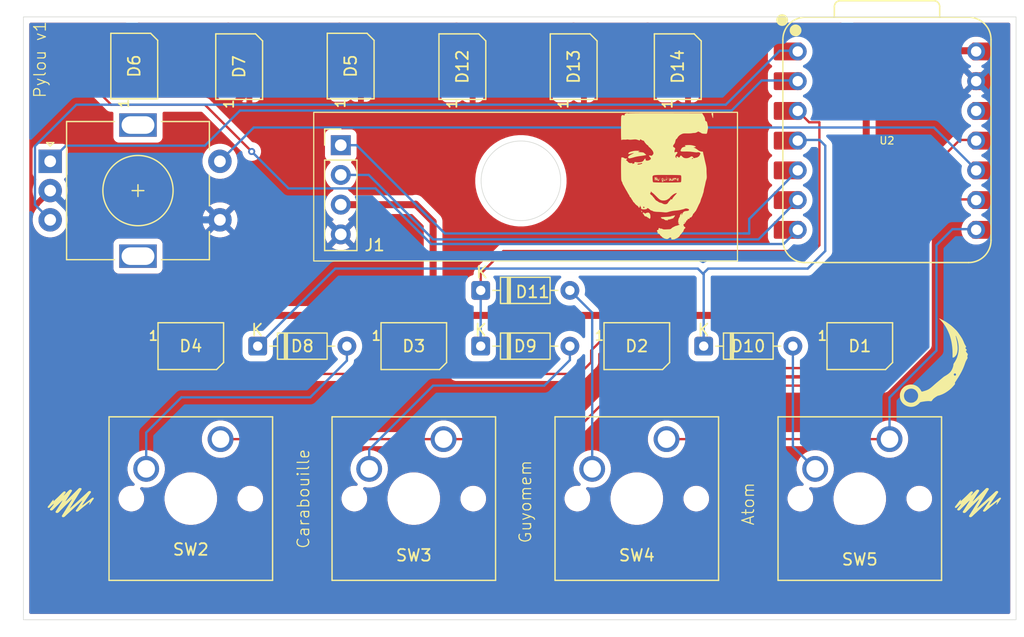
<source format=kicad_pcb>
(kicad_pcb (version 20241229) (generator "pcbnew") (generator_version "9.0")
  (layers (0 "F.Cu" signal) (2 "B.Cu" signal) (13 "F.Paste" user) (15 "B.Paste" user) (5 "F.SilkS" user "F.Silkscreen") (7 "B.SilkS" user "B.Silkscreen") (1 "F.Mask" user) (3 "B.Mask" user) (25 "Edge.Cuts" user))
  (net 0 "")
  (net 1 "VCC")
  (net 2 "GND")
  (net 3 "Net-(D1-DOUT)")
  (net 4 "SK6812")
  (net 5 "Net-(D2-DOUT)")
  (net 6 "Net-(D3-DOUT)")
  (net 7 "unconnected-(D4-DOUT-Pad1)")
  (net 8 "Net-(D5-DIN)")
  (net 9 "Net-(D6-DOUT)")
  (net 10 "Net-(D8-A)")
  (net 11 "ROW0")
  (net 12 "Net-(D9-A)")
  (net 13 "ROW1")
  (net 14 "Net-(D10-A)")
  (net 15 "Net-(D11-A)")
  (net 16 "SCL")
  (net 17 "SDA")
  (net 18 "ROTA")
  (net 19 "ROTB")
  (net 20 "SW_ROT")
  (net 21 "COL0")
  (net 22 "COL1")
  (net 23 "BANLED")
  (net 25 "Net-(D12-DIN)")
  (net 26 "Net-(D12-DOUT)")
  (net 27 "Net-(D13-DOUT)")
  (footprint "LED_SMD:LED_SK6812MINI_PLCC4_3.5x3.5mm_P1.75mm" (layer "F.Cu") (at 171.45 44.125)
    (property "Reference" "D1" (at 0 0 0) (layer "F.SilkS"))
    (property "Value" "SK6812MINI")
    (fp_text user "1" (at -3.2 -0.875 0) (layer "F.SilkS") (effects (font (size 0.8 0.8))))
    (pad "1" smd rect (at -1.75 -0.875) (size 1.6 0.85) (layers "F.Cu" "F.Mask" "F.Paste") (net 3 "Net-(D1-DOUT)"))
    (pad "2" smd rect (at -1.75 0.875) (size 1.6 0.85) (layers "F.Cu" "F.Mask" "F.Paste") (net 2 "GND"))
    (pad "3" smd rect (at 1.75 0.875) (size 1.6 0.85) (layers "F.Cu" "F.Mask" "F.Paste") (net 4 "SK6812"))
    (pad "4" smd rect (at 1.75 -0.875) (size 1.6 0.85) (layers "F.Cu" "F.Mask" "F.Paste") (net 1 "VCC"))
  )
  (footprint "LOGO" (layer "F.Cu") (at 107.014505 42.239487)
    (property "Reference" "G***" (hide yes))
    (property "Value" "LOGO" (hide yes))
  )
  (footprint "LOGO" (layer "F.Cu") (at 104 57.5)
    (property "Reference" "G***" (hide yes))
    (property "Value" "LOGO" (hide yes))
  )
  (footprint "Button_Switch_Keyboard:SW_Cherry_MX_1.00u_PCB" (layer "F.Cu") (at 135.89 52.07)
    (property "Reference" "SW3" (at -2.54 9.93 0) (layer "F.SilkS"))
    (property "Value" "SW_Push_45deg")
    (pad "" np_thru_hole circle (at -7.62 5.08) (size 1.7 1.7) (drill 1.7) (layers "*.Cu" "*.Mask"))
    (pad "" np_thru_hole circle (at -2.54 5.08) (size 4 4) (drill 4) (layers "*.Cu" "*.Mask"))
    (pad "" np_thru_hole circle (at 2.54 5.08) (size 1.7 1.7) (drill 1.7) (layers "*.Cu" "*.Mask"))
    (pad "1" thru_hole circle (at 0 0) (size 2.2 2.2) (drill 1.5) (layers "*.Cu" "*.Mask") (net 21 "COL0"))
    (pad "2" thru_hole circle (at -6.35 2.54) (size 2.2 2.2) (drill 1.5) (layers "*.Cu" "*.Mask") (net 12 "Net-(D9-A)"))
  )
  (footprint "Connector_PinHeader_2.54mm:PinHeader_1x04_P2.54mm_Vertical" (layer "F.Cu") (at 127.1125 26.96)
    (property "Reference" "J1" (at 2.8875 8.54 0) (layer "F.SilkS"))
    (property "Value" "OLED_DISPLAY")
    (pad "1" thru_hole rect (at 0 0) (size 1.7 1.7) (drill 1) (layers "*.Cu" "*.Mask") (net 17 "SDA"))
    (pad "2" thru_hole circle (at 0 2.54) (size 1.7 1.7) (drill 1) (layers "*.Cu" "*.Mask") (net 16 "SCL"))
    (pad "3" thru_hole circle (at 0 5.08) (size 1.7 1.7) (drill 1) (layers "*.Cu" "*.Mask") (net 1 "VCC"))
    (pad "4" thru_hole circle (at 0 7.62) (size 1.7 1.7) (drill 1) (layers "*.Cu" "*.Mask") (net 2 "GND"))
  )
  (footprint "LED_SMD:LED_SK6812MINI_PLCC4_3.5x3.5mm_P1.75mm" (layer "F.Cu") (at 155.9 20.25 90)
    (property "Reference" "D14" (at 0 0 90) (layer "F.SilkS"))
    (property "Value" "SK6812MINI")
    (fp_text user "1" (at -3.2 -0.875 90) (layer "F.SilkS") (effects (font (size 0.8 0.8))))
    (pad "1" smd rect (at -1.75 -0.875 90) (size 1.6 0.85) (layers "F.Cu" "F.Mask" "F.Paste"))
    (pad "2" smd rect (at -1.75 0.875 90) (size 1.6 0.85) (layers "F.Cu" "F.Mask" "F.Paste") (net 2 "GND"))
    (pad "3" smd rect (at 1.75 0.875 90) (size 1.6 0.85) (layers "F.Cu" "F.Mask" "F.Paste") (net 27 "Net-(D13-DOUT)"))
    (pad "4" smd rect (at 1.75 -0.875 90) (size 1.6 0.85) (layers "F.Cu" "F.Mask" "F.Paste") (net 1 "VCC"))
  )
  (footprint "LED_SMD:LED_SK6812MINI_PLCC4_3.5x3.5mm_P1.75mm" (layer "F.Cu") (at 127.95625 20.2 90)
    (property "Reference" "D5" (at 0 0 90) (layer "F.SilkS"))
    (property "Value" "SK6812MINI")
    (fp_text user "1" (at -3.2 -0.875 90) (layer "F.SilkS") (effects (font (size 0.8 0.8))))
    (pad "1" smd rect (at -1.75 -0.875 90) (size 1.6 0.85) (layers "F.Cu" "F.Mask" "F.Paste") (net 25 "Net-(D12-DIN)"))
    (pad "2" smd rect (at -1.75 0.875 90) (size 1.6 0.85) (layers "F.Cu" "F.Mask" "F.Paste") (net 2 "GND"))
    (pad "3" smd rect (at 1.75 0.875 90) (size 1.6 0.85) (layers "F.Cu" "F.Mask" "F.Paste") (net 8 "Net-(D5-DIN)"))
    (pad "4" smd rect (at 1.75 -0.875 90) (size 1.6 0.85) (layers "F.Cu" "F.Mask" "F.Paste") (net 1 "VCC"))
  )
  (footprint "LED_SMD:LED_SK6812MINI_PLCC4_3.5x3.5mm_P1.75mm" (layer "F.Cu") (at 133.35 44.125)
    (property "Reference" "D3" (at 0 0 0) (layer "F.SilkS"))
    (property "Value" "SK6812MINI")
    (fp_text user "1" (at -3.2 -0.875 0) (layer "F.SilkS") (effects (font (size 0.8 0.8))))
    (pad "1" smd rect (at -1.75 -0.875) (size 1.6 0.85) (layers "F.Cu" "F.Mask" "F.Paste") (net 6 "Net-(D3-DOUT)"))
    (pad "2" smd rect (at -1.75 0.875) (size 1.6 0.85) (layers "F.Cu" "F.Mask" "F.Paste") (net 2 "GND"))
    (pad "3" smd rect (at 1.75 0.875) (size 1.6 0.85) (layers "F.Cu" "F.Mask" "F.Paste") (net 5 "Net-(D2-DOUT)"))
    (pad "4" smd rect (at 1.75 -0.875) (size 1.6 0.85) (layers "F.Cu" "F.Mask" "F.Paste") (net 1 "VCC"))
  )
  (footprint "LED_SMD:LED_SK6812MINI_PLCC4_3.5x3.5mm_P1.75mm" (layer "F.Cu") (at 109.46875 20.2 90)
    (property "Reference" "D6" (at 0 0 90) (layer "F.SilkS"))
    (property "Value" "SK6812MINI")
    (fp_text user "1" (at -3.2 -0.875 90) (layer "F.SilkS") (effects (font (size 0.8 0.8))))
    (pad "1" smd rect (at -1.75 -0.875 90) (size 1.6 0.85) (layers "F.Cu" "F.Mask" "F.Paste") (net 9 "Net-(D6-DOUT)"))
    (pad "2" smd rect (at -1.75 0.875 90) (size 1.6 0.85) (layers "F.Cu" "F.Mask" "F.Paste") (net 2 "GND"))
    (pad "3" smd rect (at 1.75 0.875 90) (size 1.6 0.85) (layers "F.Cu" "F.Mask" "F.Paste") (net 23 "BANLED"))
    (pad "4" smd rect (at 1.75 -0.875 90) (size 1.6 0.85) (layers "F.Cu" "F.Mask" "F.Paste") (net 1 "VCC"))
  )
  (footprint "Button_Switch_Keyboard:SW_Cherry_MX_1.00u_PCB" (layer "F.Cu") (at 154.94 52.07)
    (property "Reference" "SW4" (at -2.54 9.93 0) (layer "F.SilkS"))
    (property "Value" "SW_Push_45deg")
    (pad "" np_thru_hole circle (at -7.62 5.08) (size 1.7 1.7) (drill 1.7) (layers "*.Cu" "*.Mask"))
    (pad "" np_thru_hole circle (at -2.54 5.08) (size 4 4) (drill 4) (layers "*.Cu" "*.Mask"))
    (pad "" np_thru_hole circle (at 2.54 5.08) (size 1.7 1.7) (drill 1.7) (layers "*.Cu" "*.Mask"))
    (pad "1" thru_hole circle (at 0 0) (size 2.2 2.2) (drill 1.5) (layers "*.Cu" "*.Mask") (net 22 "COL1"))
    (pad "2" thru_hole circle (at -6.35 2.54) (size 2.2 2.2) (drill 1.5) (layers "*.Cu" "*.Mask") (net 15 "Net-(D11-A)"))
  )
  (footprint "LED_SMD:LED_SK6812MINI_PLCC4_3.5x3.5mm_P1.75mm" (layer "F.Cu") (at 114.3 44.125)
    (property "Reference" "D4" (at 0 0 0) (layer "F.SilkS"))
    (property "Value" "SK6812MINI")
    (fp_text user "1" (at -3.2 -0.875 0) (layer "F.SilkS") (effects (font (size 0.8 0.8))))
    (pad "1" smd rect (at -1.75 -0.875) (size 1.6 0.85) (layers "F.Cu" "F.Mask" "F.Paste") (net 7 "unconnected-(D4-DOUT-Pad1)"))
    (pad "2" smd rect (at -1.75 0.875) (size 1.6 0.85) (layers "F.Cu" "F.Mask" "F.Paste") (net 2 "GND"))
    (pad "3" smd rect (at 1.75 0.875) (size 1.6 0.85) (layers "F.Cu" "F.Mask" "F.Paste") (net 6 "Net-(D3-DOUT)"))
    (pad "4" smd rect (at 1.75 -0.875) (size 1.6 0.85) (layers "F.Cu" "F.Mask" "F.Paste") (net 1 "VCC"))
  )
  (footprint "Diode_THT:D_DO-35_SOD27_P7.62mm_Horizontal" (layer "F.Cu") (at 120.015 44.125)
    (property "Reference" "D8" (at 3.81 0 0) (layer "F.SilkS"))
    (property "Value" "D")
    (fp_text user "K" (at -0.039424 -1.377063 0) (layer "F.SilkS"))
    (pad "1" thru_hole roundrect (at 0 0) (size 1.6 1.6) (drill 0.8) (layers "*.Cu" "*.Mask") (roundrect_rratio 0.15625) (net 11 "ROW0"))
    (pad "2" thru_hole circle (at 7.62 0) (size 1.6 1.6) (drill 0.8) (layers "*.Cu" "*.Mask") (net 10 "Net-(D8-A)"))
  )
  (footprint "LED_SMD:LED_SK6812MINI_PLCC4_3.5x3.5mm_P1.75mm" (layer "F.Cu") (at 147.00625 20.25 90)
    (property "Reference" "D13" (at 0 0 90) (layer "F.SilkS"))
    (property "Value" "SK6812MINI")
    (fp_text user "1" (at -3.2 -0.875 90) (layer "F.SilkS") (effects (font (size 0.8 0.8))))
    (pad "1" smd rect (at -1.75 -0.875 90) (size 1.6 0.85) (layers "F.Cu" "F.Mask" "F.Paste") (net 27 "Net-(D13-DOUT)"))
    (pad "2" smd rect (at -1.75 0.875 90) (size 1.6 0.85) (layers "F.Cu" "F.Mask" "F.Paste") (net 2 "GND"))
    (pad "3" smd rect (at 1.75 0.875 90) (size 1.6 0.85) (layers "F.Cu" "F.Mask" "F.Paste") (net 26 "Net-(D12-DOUT)"))
    (pad "4" smd rect (at 1.75 -0.875 90) (size 1.6 0.85) (layers "F.Cu" "F.Mask" "F.Paste") (net 1 "VCC"))
  )
  (footprint "LOGO" (layer "F.Cu") (at 155 30)
    (property "Reference" "G***" (hide yes))
    (property "Value" "LOGO" (hide yes))
  )
  (footprint "LED_SMD:LED_SK6812MINI_PLCC4_3.5x3.5mm_P1.75mm" (layer "F.Cu") (at 118.43125 20.25 90)
    (property "Reference" "D7" (at 0 0 90) (layer "F.SilkS"))
    (property "Value" "SK6812MINI")
    (fp_text user "1" (at -3.2 -0.875 90) (layer "F.SilkS") (effects (font (size 0.8 0.8))))
    (pad "1" smd rect (at -1.75 -0.875 90) (size 1.6 0.85) (layers "F.Cu" "F.Mask" "F.Paste") (net 8 "Net-(D5-DIN)"))
    (pad "2" smd rect (at -1.75 0.875 90) (size 1.6 0.85) (layers "F.Cu" "F.Mask" "F.Paste") (net 2 "GND"))
    (pad "3" smd rect (at 1.75 0.875 90) (size 1.6 0.85) (layers "F.Cu" "F.Mask" "F.Paste") (net 9 "Net-(D6-DOUT)"))
    (pad "4" smd rect (at 1.75 -0.875 90) (size 1.6 0.85) (layers "F.Cu" "F.Mask" "F.Paste") (net 1 "VCC"))
  )
  (footprint "Diode_THT:D_DO-35_SOD27_P7.62mm_Horizontal" (layer "F.Cu") (at 139.065 44.125)
    (property "Reference" "D9" (at 3.81 0 0) (layer "F.SilkS"))
    (property "Value" "D")
    (fp_text user "K" (at 0.005638 -1.377063 0) (layer "F.SilkS"))
    (pad "1" thru_hole roundrect (at 0 0) (size 1.6 1.6) (drill 0.8) (layers "*.Cu" "*.Mask") (roundrect_rratio 0.15625) (net 13 "ROW1"))
    (pad "2" thru_hole circle (at 7.62 0) (size 1.6 1.6) (drill 0.8) (layers "*.Cu" "*.Mask") (net 12 "Net-(D9-A)"))
  )
  (footprint "LOGO" (layer "F.Cu") (at 178 46.5 -55)
    (property "Reference" "G***" (hide yes))
    (property "Value" "LOGO" (hide yes))
  )
  (footprint "Button_Switch_Keyboard:SW_Cherry_MX_1.00u_PCB" (layer "F.Cu") (at 116.84 52.07)
    (property "Reference" "SW2" (at -2.54 9.43 0) (layer "F.SilkS"))
    (property "Value" "SW_Push_45deg")
    (pad "" np_thru_hole circle (at -7.62 5.08) (size 1.7 1.7) (drill 1.7) (layers "*.Cu" "*.Mask"))
    (pad "" np_thru_hole circle (at -2.54 5.08) (size 4 4) (drill 4) (layers "*.Cu" "*.Mask"))
    (pad "" np_thru_hole circle (at 2.54 5.08) (size 1.7 1.7) (drill 1.7) (layers "*.Cu" "*.Mask"))
    (pad "1" thru_hole circle (at 0 0) (size 2.2 2.2) (drill 1.5) (layers "*.Cu" "*.Mask") (net 21 "COL0"))
    (pad "2" thru_hole circle (at -6.35 2.54) (size 2.2 2.2) (drill 1.5) (layers "*.Cu" "*.Mask") (net 10 "Net-(D8-A)"))
  )
  (footprint "LED_SMD:LED_SK6812MINI_PLCC4_3.5x3.5mm_P1.75mm" (layer "F.Cu") (at 137.5 20.25 90)
    (property "Reference" "D12" (at 0 0 90) (layer "F.SilkS"))
    (property "Value" "SK6812MINI")
    (fp_text user "1" (at -3.2 -0.875 90) (layer "F.SilkS") (effects (font (size 0.8 0.8))))
    (pad "1" smd rect (at -1.75 -0.875 90) (size 1.6 0.85) (layers "F.Cu" "F.Mask" "F.Paste") (net 26 "Net-(D12-DOUT)"))
    (pad "2" smd rect (at -1.75 0.875 90) (size 1.6 0.85) (layers "F.Cu" "F.Mask" "F.Paste") (net 2 "GND"))
    (pad "3" smd rect (at 1.75 0.875 90) (size 1.6 0.85) (layers "F.Cu" "F.Mask" "F.Paste") (net 25 "Net-(D12-DIN)"))
    (pad "4" smd rect (at 1.75 -0.875 90) (size 1.6 0.85) (layers "F.Cu" "F.Mask" "F.Paste") (net 1 "VCC"))
  )
  (footprint "LOGO" (layer "F.Cu") (at 181.5 57.5)
    (property "Reference" "G***" (hide yes))
    (property "Value" "LOGO" (hide yes))
  )
  (footprint "Button_Switch_Keyboard:SW_Cherry_MX_1.00u_PCB" (layer "F.Cu") (at 173.99 52.07)
    (property "Reference" "SW5" (at -2.54 10.28 0) (layer "F.SilkS"))
    (property "Value" "SW_Push_45deg")
    (pad "" np_thru_hole circle (at -7.62 5.08) (size 1.7 1.7) (drill 1.7) (layers "*.Cu" "*.Mask"))
    (pad "" np_thru_hole circle (at -2.54 5.08) (size 4 4) (drill 4) (layers "*.Cu" "*.Mask"))
    (pad "" np_thru_hole circle (at 2.54 5.08) (size 1.7 1.7) (drill 1.7) (layers "*.Cu" "*.Mask"))
    (pad "1" thru_hole circle (at 0 0) (size 2.2 2.2) (drill 1.5) (layers "*.Cu" "*.Mask") (net 22 "COL1"))
    (pad "2" thru_hole circle (at -6.35 2.54) (size 2.2 2.2) (drill 1.5) (layers "*.Cu" "*.Mask") (net 14 "Net-(D10-A)"))
  )
  (footprint "Diode_THT:D_DO-35_SOD27_P7.62mm_Horizontal" (layer "F.Cu") (at 139.065 39.3625)
    (property "Reference" "D11" (at 4.435 0.1375 0) (layer "F.SilkS"))
    (property "Value" "D")
    (fp_text user "K" (at 0.110555 -1.538055 0) (layer "F.SilkS"))
    (pad "1" thru_hole roundrect (at 0 0) (size 1.6 1.6) (drill 0.8) (layers "*.Cu" "*.Mask") (roundrect_rratio 0.15625) (net 13 "ROW1"))
    (pad "2" thru_hole circle (at 7.62 0) (size 1.6 1.6) (drill 0.8) (layers "*.Cu" "*.Mask") (net 15 "Net-(D11-A)"))
  )
  (footprint "Diode_THT:D_DO-35_SOD27_P7.62mm_Horizontal" (layer "F.Cu") (at 158.115 44.125)
    (property "Reference" "D10" (at 3.81 0 0) (layer "F.SilkS"))
    (property "Value" "D")
    (fp_text user "K" (at -0.006301 -1.375009 0) (layer "F.SilkS"))
    (pad "1" thru_hole roundrect (at 0 0) (size 1.6 1.6) (drill 0.8) (layers "*.Cu" "*.Mask") (roundrect_rratio 0.15625) (net 11 "ROW0"))
    (pad "2" thru_hole circle (at 7.62 0) (size 1.6 1.6) (drill 0.8) (layers "*.Cu" "*.Mask") (net 14 "Net-(D10-A)"))
  )
  (footprint "LED_SMD:LED_SK6812MINI_PLCC4_3.5x3.5mm_P1.75mm" (layer "F.Cu") (at 152.4 44.125)
    (property "Reference" "D2" (at 0 0 0) (layer "F.SilkS"))
    (property "Value" "SK6812MINI")
    (fp_text user "1" (at -3.2 -0.875 0) (layer "F.SilkS") (effects (font (size 0.8 0.8))))
    (pad "1" smd rect (at -1.75 -0.875) (size 1.6 0.85) (layers "F.Cu" "F.Mask" "F.Paste") (net 5 "Net-(D2-DOUT)"))
    (pad "2" smd rect (at -1.75 0.875) (size 1.6 0.85) (layers "F.Cu" "F.Mask" "F.Paste") (net 2 "GND"))
    (pad "3" smd rect (at 1.75 0.875) (size 1.6 0.85) (layers "F.Cu" "F.Mask" "F.Paste") (net 3 "Net-(D1-DOUT)"))
    (pad "4" smd rect (at 1.75 -0.875) (size 1.6 0.85) (layers "F.Cu" "F.Mask" "F.Paste") (net 1 "VCC"))
  )
  (footprint "Seeed Studio XIAO Series Library:XIAO-RP2040-DIP" (layer "F.Cu") (at 173.77 26.57)
    (property "Reference" "U2" (at 0 0 0) (layer "F.SilkS") (effects (font (size 0.635 0.635) (thickness 0.1016))))
    (property "Value" "XIAO-RP2040-DIP")
    (pad "1" smd roundrect (at -8.455 -7.62 180) (size 2.432 1.524) (layers "F.Cu" "F.Mask") (roundrect_rratio 0.1) (net 19 "ROTB"))
    (pad "1" thru_hole circle (at -7.62 -7.62 180) (size 1.524 1.524) (drill 0.889) (layers "*.Cu" "*.Mask") (net 19 "ROTB"))
    (pad "2" smd roundrect (at -8.455 -5.08 180) (size 2.432 1.524) (layers "F.Cu" "F.Mask") (roundrect_rratio 0.1) (net 18 "ROTA"))
    (pad "2" thru_hole circle (at -7.62 -5.08 180) (size 1.524 1.524) (drill 0.889) (layers "*.Cu" "*.Mask") (net 18 "ROTA"))
    (pad "3" smd roundrect (at -8.455 -2.54 180) (size 2.432 1.524) (layers "F.Cu" "F.Mask") (roundrect_rratio 0.1) (net 13 "ROW1"))
    (pad "3" thru_hole circle (at -7.62 -2.54 180) (size 1.524 1.524) (drill 0.889) (layers "*.Cu" "*.Mask") (net 13 "ROW1"))
    (pad "4" smd roundrect (at -8.455 0 180) (size 2.432 1.524) (layers "F.Cu" "F.Mask") (roundrect_rratio 0.1) (net 11 "ROW0"))
    (pad "4" thru_hole circle (at -7.62 0 180) (size 1.524 1.524) (drill 0.889) (layers "*.Cu" "*.Mask") (net 11 "ROW0"))
    (pad "5" smd roundrect (at -8.455 2.54 180) (size 2.432 1.524) (layers "F.Cu" "F.Mask") (roundrect_rratio 0.1) (net 17 "SDA"))
    (pad "5" thru_hole circle (at -7.62 2.54 180) (size 1.524 1.524) (drill 0.889) (layers "*.Cu" "*.Mask") (net 17 "SDA"))
    (pad "6" smd roundrect (at -8.455 5.08 180) (size 2.432 1.524) (layers "F.Cu" "F.Mask") (roundrect_rratio 0.1) (net 16 "SCL"))
    (pad "6" thru_hole circle (at -7.62 5.08 180) (size 1.524 1.524) (drill 0.889) (layers "*.Cu" "*.Mask") (net 16 "SCL"))
    (pad "7" smd roundrect (at -8.455 7.62 180) (size 2.432 1.524) (layers "F.Cu" "F.Mask") (roundrect_rratio 0.1) (net 23 "BANLED"))
    (pad "7" thru_hole circle (at -7.62 7.62 180) (size 1.524 1.524) (drill 0.889) (layers "*.Cu" "*.Mask") (net 23 "BANLED"))
    (pad "8" thru_hole circle (at 7.62 7.62) (size 1.524 1.524) (drill 0.889) (layers "*.Cu" "*.Mask") (net 22 "COL1"))
    (pad "8" smd roundrect (at 8.455 7.62) (size 2.432 1.524) (layers "F.Cu" "F.Mask") (roundrect_rratio 0.1) (net 22 "COL1"))
    (pad "9" thru_hole circle (at 7.62 5.08) (size 1.524 1.524) (drill 0.889) (layers "*.Cu" "*.Mask") (net 21 "COL0"))
    (pad "9" smd roundrect (at 8.455 5.08) (size 2.432 1.524) (layers "F.Cu" "F.Mask") (roundrect_rratio 0.1) (net 21 "COL0"))
    (pad "10" thru_hole circle (at 7.62 2.54) (size 1.524 1.524) (drill 0.889) (layers "*.Cu" "*.Mask") (net 20 "SW_ROT"))
    (pad "10" smd roundrect (at 8.455 2.54) (size 2.432 1.524) (layers "F.Cu" "F.Mask") (roundrect_rratio 0.1) (net 20 "SW_ROT"))
    (pad "11" thru_hole circle (at 7.62 0) (size 1.524 1.524) (drill 0.889) (layers "*.Cu" "*.Mask") (net 4 "SK6812"))
    (pad "11" smd roundrect (at 8.455 0) (size 2.432 1.524) (layers "F.Cu" "F.Mask") (roundrect_rratio 0.1) (net 4 "SK6812"))
    (pad "12" thru_hole circle (at 7.62 -2.54) (size 1.524 1.524) (drill 0.889) (layers "*.Cu" "*.Mask"))
    (pad "12" smd roundrect (at 8.455 -2.54) (size 2.432 1.524) (layers "F.Cu" "F.Mask") (roundrect_rratio 0.1))
    (pad "13" thru_hole circle (at 7.62 -5.08) (size 1.524 1.524) (drill 0.889) (layers "*.Cu" "*.Mask") (net 2 "GND"))
    (pad "13" smd roundrect (at 8.455 -5.08) (size 2.432 1.524) (layers "F.Cu" "F.Mask") (roundrect_rratio 0.1) (net 2 "GND"))
    (pad "14" thru_hole circle (at 7.62 -7.62) (size 1.524 1.524) (drill 0.889) (layers "*.Cu" "*.Mask") (net 1 "VCC"))
    (pad "14" smd roundrect (at 8.455 -7.62) (size 2.432 1.524) (layers "F.Cu" "F.Mask") (roundrect_rratio 0.1) (net 1 "VCC"))
  )
  (footprint "Rotary_Encoder:RotaryEncoder_Alps_EC11E-Switch_Vertical_H20mm" (layer "F.Cu") (at 102.2875 28.3375)
    (property "Reference" "SW1" (hide yes))
    (property "Value" "RotaryEncoder_Switch")
    (pad "A" thru_hole rect (at 0 0) (size 2 2) (drill 1) (layers "*.Cu" "*.Mask") (net 18 "ROTA"))
    (pad "B" thru_hole circle (at 0 5) (size 2 2) (drill 1) (layers "*.Cu" "*.Mask") (net 19 "ROTB"))
    (pad "C" thru_hole circle (at 0 2.5) (size 2 2) (drill 1) (layers "*.Cu" "*.Mask") (net 2 "GND"))
    (pad "MP" thru_hole rect (at 7.5 -3.1) (size 3.2 2) (drill oval 2.8 1.5) (layers "*.Cu" "*.Mask"))
    (pad "MP" thru_hole rect (at 7.5 8.1) (size 3.2 2) (drill oval 2.8 1.5) (layers "*.Cu" "*.Mask"))
    (pad "S1" thru_hole circle (at 14.5 5) (size 2 2) (drill 1) (layers "*.Cu" "*.Mask") (net 2 "GND"))
    (pad "S2" thru_hole circle (at 14.5 0) (size 2 2) (drill 1) (layers "*.Cu" "*.Mask") (net 20 "SW_ROT"))
  )
  (footprint "LOGO" (layer "F.Cu") (at 142.959677 48.522053)
    (property "Reference" "G***" (hide yes))
    (property "Value" "LOGO" (hide yes))
  )
  (gr_rect (start 124.8 24.15) (end 161 36.85) (stroke (width 0.1)) (fill no) (layer "F.SilkS"))
  (gr_rect (start 100 16) (end 184.8 67.5) (stroke (width 0.05)) (fill no) (layer "Edge.Cuts"))
  (gr_circle (center 142.5 30) (end 145.9 30) (stroke (width 0.05)) (fill no) (layer "Edge.Cuts"))
  (gr_text "Guyomem\n" (at 143.463133 61.029295 90) (layer "F.SilkS") (effects (font (size 1 1) (thickness 0.1)) (justify left bottom)))
  (gr_text "Atom\n" (at 162.5 59.5 90) (layer "F.SilkS") (effects (font (size 1 1) (thickness 0.1)) (justify left bottom)))
  (gr_text "Carabouille\n" (at 124.5 61.5 90) (layer "F.SilkS") (effects (font (size 1 1) (thickness 0.1)) (justify left bottom)))
  (gr_text "Pylou v1" (at 102 23 90) (layer "F.SilkS") (effects (font (size 1 1) (thickness 0.1)) (justify left bottom)))
  (segment (start 136.625 18.5) (end 136.625 17.176) (width 0.6) (layer "F.Cu") (net 1))
  (segment (start 135.1 41.6) (end 135 41.5) (width 0.6) (layer "F.Cu") (net 1))
  (segment (start 127.08125 18.45) (end 127.08125 16.88225) (width 0.6) (layer "F.Cu") (net 1))
  (segment (start 173.2 42.7) (end 172 41.5) (width 0.6) (layer "F.Cu") (net 1))
  (segment (start 117.55625 16.85725) (end 117.5 16.801) (width 0.6) (layer "F.Cu") (net 1))
  (segment (start 147 16.801) (end 153.326 16.801) (width 0.6) (layer "F.Cu") (net 1))
  (segment (start 135.1 43.25) (end 135.1 41.6) (width 0.6) (layer "F.Cu") (net 1))
  (segment (start 109.86775 16.801) (end 117.5 16.801) (width 0.6) (layer "F.Cu") (net 1))
  (segment (start 172 41.5) (end 154 41.5) (width 0.6) (layer "F.Cu") (net 1))
  (segment (start 117.8 41.5) (end 116.05 43.25) (width 0.6) (layer "F.Cu") (net 1))
  (segment (start 154 41.5) (end 135 41.5) (width 0.6) (layer "F.Cu") (net 1))
  (segment (start 169.801 16.801) (end 153.326 16.801) (width 0.6) (layer "F.Cu") (net 1))
  (segment (start 127.08125 16.88225) (end 127 16.801) (width 0.6) (layer "F.Cu") (net 1))
  (segment (start 133.46 32.04) (end 133.5 32) (width 0.6) (layer "F.Cu") (net 1))
  (segment (start 153.326 16.801) (end 155.025 18.5) (width 0.6) (layer "F.Cu") (net 1))
  (segment (start 137 16.801) (end 147 16.801) (width 0.6) (layer "F.Cu") (net 1))
  (segment (start 146.13125 17.66975) (end 147 16.801) (width 0.6) (layer "F.Cu") (net 1))
  (segment (start 172 19) (end 172.10875 18.89125) (width 0.6) (layer "F.Cu") (net 1))
  (segment (start 146.13125 18.5) (end 146.13125 17.66975) (width 0.6) (layer "F.Cu") (net 1))
  (segment (start 172.10875 18.89125) (end 181.3825 18.89125) (width 0.6) (layer "F.Cu") (net 1))
  (segment (start 108.59375 18.075) (end 109.86775 16.801) (width 0.6) (layer "F.Cu") (net 1))
  (segment (start 135 33.5) (end 135 41.5) (width 0.6) (layer "F.Cu") (net 1))
  (segment (start 172 41.5) (end 172 19) (width 0.6) (layer "F.Cu") (net 1))
  (segment (start 154.15 43.25) (end 154.15 41.65) (width 0.6) (layer "F.Cu") (net 1))
  (segment (start 133.5 32) (end 135 33.5) (width 0.6) (layer "F.Cu") (net 1))
  (segment (start 136.625 17.176) (end 137 16.801) (width 0.6) (layer "F.Cu") (net 1))
  (segment (start 127.1125 32.04) (end 133.46 32.04) (width 0.6) (layer "F.Cu") (net 1))
  (segment (start 127 16.801) (end 137 16.801) (width 0.6) (layer "F.Cu") (net 1))
  (segment (start 172 19) (end 169.801 16.801) (width 0.6) (layer "F.Cu") (net 1))
  (segment (start 154.15 41.65) (end 154 41.5) (width 0.6) (layer "F.Cu") (net 1))
  (segment (start 117.5 16.801) (end 127 16.801) (width 0.6) (layer "F.Cu") (net 1))
  (segment (start 108.59375 18.45) (end 108.59375 18.075) (width 0.6) (layer "F.Cu") (net 1))
  (segment (start 135 41.5) (end 117.8 41.5) (width 0.6) (layer "F.Cu") (net 1))
  (segment (start 117.55625 18.5) (end 117.55625 16.85725) (width 0.6) (layer "F.Cu") (net 1))
  (segment (start 173.2 43.25) (end 173.2 42.7) (width 0.6) (layer "F.Cu") (net 1))
  (segment (start 116.63025 23.301) (end 118.199 23.301) (width 0.6) (layer "F.Cu") (net 2))
  (segment (start 119.30625 22.19375) (end 119.30625 22) (width 0.6) (layer "F.Cu") (net 2))
  (segment (start 110.34375 21.95) (end 115.27925 21.95) (width 0.6) (layer "F.Cu") (net 2))
  (segment (start 118.199 23.301) (end 119.30625 22.19375) (width 0.6) (layer "F.Cu") (net 2))
  (segment (start 115.27925 21.95) (end 116.63025 23.301) (width 0.6) (layer "F.Cu") (net 2))
  (segment (start 104.7875 33.3375) (end 116.7875 33.3375) (width 0.6) (layer "B.Cu") (net 2))
  (segment (start 102.2875 30.8375) (end 104.7875 33.3375) (width 0.6) (layer "B.Cu") (net 2))
  (segment (start 168.25 43.25) (end 169.7 43.25) (width 0.2) (layer "F.Cu") (net 3))
  (segment (start 167.5 44) (end 168.25 43.25) (width 0.2) (layer "F.Cu") (net 3))
  (segment (start 167.5 46) (end 167.5 44) (width 0.2) (layer "F.Cu") (net 3))
  (segment (start 156 46) (end 167.5 46) (width 0.2) (layer "F.Cu") (net 3))
  (segment (start 155 45) (end 156 46) (width 0.2) (layer "F.Cu") (net 3))
  (segment (start 154.15 45) (end 155 45) (width 0.2) (layer "F.Cu") (net 3))
  (segment (start 179.98875 26.51125) (end 181.3825 26.51125) (width 0.2) (layer "F.Cu") (net 4))
  (segment (start 176 43.5) (end 176 30.5) (width 0.2) (layer "F.Cu") (net 4))
  (segment (start 173.2 45) (end 174.5 45) (width 0.2) (layer "F.Cu") (net 4))
  (segment (start 176 30.5) (end 179.98875 26.51125) (width 0.2) (layer "F.Cu") (net 4))
  (segment (start 174.5 45) (end 176 43.5) (width 0.2) (layer "F.Cu") (net 4))
  (segment (start 135.1 45) (end 135.5 45) (width 0.2) (layer "F.Cu") (net 5))
  (segment (start 149.75 43.25) (end 150.65 43.25) (width 0.2) (layer "F.Cu") (net 5))
  (segment (start 137 46.5) (end 147.5 46.5) (width 0.2) (layer "F.Cu") (net 5))
  (segment (start 147.5 46.5) (end 148.5 45.5) (width 0.2) (layer "F.Cu") (net 5))
  (segment (start 148.5 44.5) (end 149.75 43.25) (width 0.2) (layer "F.Cu") (net 5))
  (segment (start 135.5 45) (end 137 46.5) (width 0.2) (layer "F.Cu") (net 5))
  (segment (start 148.5 45.5) (end 148.5 44.5) (width 0.2) (layer "F.Cu") (net 5))
  (segment (start 116.05 45) (end 116.5 45) (width 0.2) (layer "F.Cu") (net 6))
  (segment (start 128.5 46.5) (end 129.5 45.5) (width 0.2) (layer "F.Cu") (net 6))
  (segment (start 118 46.5) (end 128.5 46.5) (width 0.2) (layer "F.Cu") (net 6))
  (segment (start 116.5 45) (end 118 46.5) (width 0.2) (layer "F.Cu") (net 6))
  (segment (start 129.5 44.5) (end 130.75 43.25) (width 0.2) (layer "F.Cu") (net 6))
  (segment (start 130.75 43.25) (end 131.6 43.25) (width 0.2) (layer "F.Cu") (net 6))
  (segment (start 129.5 45.5) (end 129.5 44.5) (width 0.2) (layer "F.Cu") (net 6))
  (segment (start 112.55 43.25) (end 112.75 43.25) (width 0.2) (layer "F.Cu") (net 7))
  (segment (start 117.55625 22) (end 119.35625 20.2) (width 0.2) (layer "F.Cu") (net 8))
  (segment (start 119.35625 20.2) (end 127.08125 20.2) (width 0.2) (layer "F.Cu") (net 8))
  (segment (start 127.08125 20.2) (end 128.83125 18.45) (width 0.2) (layer "F.Cu") (net 8))
  (segment (start 110.34375 20.2) (end 117.60625 20.2) (width 0.2) (layer "F.Cu") (net 9))
  (segment (start 117.60625 20.2) (end 119.30625 18.5) (width 0.2) (layer "F.Cu") (net 9))
  (segment (start 108.59375 21.95) (end 110.34375 20.2) (width 0.2) (layer "F.Cu") (net 9))
  (segment (start 113.5 48.5) (end 124.5 48.5) (width 0.2) (layer "B.Cu") (net 10))
  (segment (start 110.49 54.61) (end 110.49 51.51) (width 0.2) (layer "B.Cu") (net 10))
  (segment (start 124.5 48.5) (end 127.635 45.365) (width 0.2) (layer "B.Cu") (net 10))
  (segment (start 110.49 51.51) (end 113.5 48.5) (width 0.2) (layer "B.Cu") (net 10))
  (segment (start 127.635 45.365) (end 127.635 44.125) (width 0.2) (layer "B.Cu") (net 10))
  (segment (start 167 37.5) (end 168.5 36) (width 0.2) (layer "B.Cu") (net 11))
  (segment (start 168 26.5) (end 167.98875 26.51125) (width 0.2) (layer "B.Cu") (net 11))
  (segment (start 167.98875 26.51125) (end 166.1425 26.51125) (width 0.2) (layer "B.Cu") (net 11))
  (segment (start 168.5 36) (end 168.5 27) (width 0.2) (layer "B.Cu") (net 11))
  (segment (start 157.615 37.5) (end 158.0575 37.9425) (width 0.2) (layer "B.Cu") (net 11))
  (segment (start 158.115 44.125) (end 158.115 38) (width 0.2) (layer "B.Cu") (net 11))
  (segment (start 158.0575 37.9425) (end 158.5 37.5) (width 0.2) (layer "B.Cu") (net 11))
  (segment (start 126.64 37.5) (end 157.615 37.5) (width 0.2) (layer "B.Cu") (net 11))
  (segment (start 168.5 27) (end 168 26.5) (width 0.2) (layer "B.Cu") (net 11))
  (segment (start 158.5 37.5) (end 167 37.5) (width 0.2) (layer "B.Cu") (net 11))
  (segment (start 120.015 44.125) (end 126.64 37.5) (width 0.2) (layer "B.Cu") (net 11))
  (segment (start 158.0575 37.9425) (end 158.115 38) (width 0.2) (layer "B.Cu") (net 11))
  (segment (start 129.54 52.96) (end 129.54 54.61) (width 0.2) (layer "B.Cu") (net 12))
  (segment (start 146.685 45.315) (end 144.5 47.5) (width 0.2) (layer "B.Cu") (net 12))
  (segment (start 146.685 44.125) (end 146.685 45.315) (width 0.2) (layer "B.Cu") (net 12))
  (segment (start 135 47.5) (end 129.54 52.96) (width 0.2) (layer "B.Cu") (net 12))
  (segment (start 144.5 47.5) (end 135 47.5) (width 0.2) (layer "B.Cu") (net 12))
  (segment (start 168 25) (end 167.12 25) (width 0.2) (layer "F.Cu") (net 13))
  (segment (start 139.065 39.3625) (end 139.065 37.935) (width 0.2) (layer "F.Cu") (net 13))
  (segment (start 167.5 36) (end 168 35.5) (width 0.2) (layer "F.Cu") (net 13))
  (segment (start 139.065 37.935) (end 141 36) (width 0.2) (layer "F.Cu") (net 13))
  (segment (start 168 35.5) (end 168 25) (width 0.2) (layer "F.Cu") (net 13))
  (segment (start 167.12 25) (end 166.15 24.03) (width 0.2) (layer "F.Cu") (net 13))
  (segment (start 141 36) (end 167.5 36) (width 0.2) (layer "F.Cu") (net 13))
  (segment (start 139.065 39.3625) (end 139.065 44.125) (width 0.2) (layer "B.Cu") (net 13))
  (segment (start 165.735 44.125) (end 165.735 52.705) (width 0.2) (layer "B.Cu") (net 14))
  (segment (start 165.735 52.705) (end 167.64 54.61) (width 0.2) (layer "B.Cu") (net 14))
  (segment (start 148.59 41.2675) (end 148.59 54.61) (width 0.2) (layer "B.Cu") (net 15))
  (segment (start 146.685 39.3625) (end 148.59 41.2675) (width 0.2) (layer "B.Cu") (net 15))
  (segment (start 129.5 29.5) (end 135 35) (width 0.2) (layer "B.Cu") (net 16))
  (segment (start 127.1125 29.5) (end 129.5 29.5) (width 0.2) (layer "B.Cu") (net 16))
  (segment (start 162.8 35) (end 166.15 31.65) (width 0.2) (layer "B.Cu") (net 16))
  (segment (start 135 35) (end 162.8 35) (width 0.2) (layer "B.Cu") (net 16))
  (segment (start 162 33.26) (end 166.15 29.11) (width 0.2) (layer "B.Cu") (net 17))
  (segment (start 162 34.5) (end 162 33.26) (width 0.2) (layer "B.Cu") (net 17))
  (segment (start 136 34.5) (end 162 34.5) (width 0.2) (layer "B.Cu") (net 17))
  (segment (start 128.46 26.96) (end 136 34.5) (width 0.2) (layer "B.Cu") (net 17))
  (segment (start 127.1125 26.96) (end 128.46 26.96) (width 0.2) (layer "B.Cu") (net 17))
  (segment (start 162 34.5) (end 161.5 34.5) (width 0.2) (layer "B.Cu") (net 17))
  (segment (start 115.5 27) (end 118.5 24) (width 0.2) (layer "B.Cu") (net 18))
  (segment (start 160.5 24) (end 163.06875 21.43125) (width 0.2) (layer "B.Cu") (net 18))
  (segment (start 103.625 27) (end 115.5 27) (width 0.2) (layer "B.Cu") (net 18))
  (segment (start 102.2875 28.3375) (end 103.625 27) (width 0.2) (layer "B.Cu") (net 18))
  (segment (start 118.5 24) (end 160.5 24) (width 0.2) (layer "B.Cu") (net 18))
  (segment (start 163.06875 21.43125) (end 166.1425 21.43125) (width 0.2) (layer "B.Cu") (net 18))
  (segment (start 102.2875 33.3375) (end 100.9865 32.0365) (width 0.2) (layer "B.Cu") (net 19))
  (segment (start 160 23.5) (end 164.60875 18.89125) (width 0.2) (layer "B.Cu") (net 19))
  (segment (start 100.9865 32.0365) (end 100.9865 27.0365) (width 0.2) (layer "B.Cu") (net 19))
  (segment (start 100.9865 27.0365) (end 104.523 23.5) (width 0.2) (layer "B.Cu") (net 19))
  (segment (start 164.60875 18.89125) (end 166.1425 18.89125) (width 0.2) (layer "B.Cu") (net 19))
  (segment (start 104.523 23.5) (end 160 23.5) (width 0.2) (layer "B.Cu") (net 19))
  (segment (start 177.7795 25.44825) (end 181.3825 29.05125) (width 0.2) (layer "B.Cu") (net 20))
  (segment (start 116.7875 28.3375) (end 119.67675 25.44825) (width 0.2) (layer "B.Cu") (net 20))
  (segment (start 119.67675 25.44825) (end 177.7795 25.44825) (width 0.2) (layer "B.Cu") (net 20))
  (segment (start 135.89 52.07) (end 146.43 52.07) (width 0.2) (layer "F.Cu") (net 21))
  (segment (start 177 44) (end 177 34) (width 0.2) (layer "F.Cu") (net 21))
  (segment (start 146.43 52.07) (end 150 48.5) (width 0.2) (layer "F.Cu") (net 21))
  (segment (start 179.40875 31.59125) (end 181.3825 31.59125) (width 0.2) (layer "F.Cu") (net 21))
  (segment (start 161 48.5) (end 162 47.5) (width 0.2) (layer "F.Cu") (net 21))
  (segment (start 173.5 47.5) (end 177 44) (width 0.2) (layer "F.Cu") (net 21))
  (segment (start 162 47.5) (end 173.5 47.5) (width 0.2) (layer "F.Cu") (net 21))
  (segment (start 150 48.5) (end 161 48.5) (width 0.2) (layer "F.Cu") (net 21))
  (segment (start 177 34) (end 179.40875 31.59125) (width 0.2) (layer "F.Cu") (net 21))
  (segment (start 135.89 52.07) (end 116.84 52.07) (width 0.2) (layer "F.Cu") (net 21))
  (segment (start 154.94 52.07) (end 173.99 52.07) (width 0.2) (layer "F.Cu") (net 22))
  (segment (start 178 44.5) (end 178 35.5) (width 0.2) (layer "B.Cu") (net 22))
  (segment (start 179.36875 34.13125) (end 181.3825 34.13125) (width 0.2) (layer "B.Cu") (net 22))
  (segment (start 178 35.5) (end 179.36875 34.13125) (width 0.2) (layer "B.Cu") (net 22))
  (segment (start 173.99 48.51) (end 178 44.5) (width 0.2) (layer "B.Cu") (net 22))
  (segment (start 173.99 52.07) (end 173.99 48.51) (width 0.2) (layer "B.Cu") (net 22))
  (segment (start 107.5 20.5) (end 106.5 21.5) (width 0.2) (layer "F.Cu") (net 23))
  (segment (start 165.07237 34.19) (end 166.15 34.19) (width 0.2) (layer "F.Cu") (net 23))
  (segment (start 106.5 22.5) (end 107.5 23.5) (width 0.2) (layer "F.Cu") (net 23))
  (segment (start 107.5 23.5) (end 115.5 23.5) (width 0.2) (layer "F.Cu") (net 23))
  (segment (start 106.5 21.5) (end 106.5 22.5) (width 0.2) (layer "F.Cu") (net 23))
  (segment (start 116.5 24.5) (end 119.5 27.5) (width 0.2) (layer "F.Cu") (net 23))
  (segment (start 165.315 34.19) (end 166.15 34.19) (width 0.2) (layer "F.Cu") (net 23))
  (segment (start 108.29375 20.5) (end 107.5 20.5) (width 0.2) (layer "F.Cu") (net 23))
  (segment (start 110.34375 18.45) (end 108.29375 20.5) (width 0.2) (layer "F.Cu") (net 23))
  (segment (start 115.5 23.5) (end 116.5 24.5) (width 0.2) (layer "F.Cu") (net 23))
  (via (at 119.5 27.5) (size 0.6) (drill 0.3) (layers "F.Cu" "B.Cu") (net 23))
  (segment (start 134.8339 35.401) (end 164.939 35.401) (width 0.2) (layer "B.Cu") (net 23))
  (segment (start 119.5 27.5) (end 122.651 30.651) (width 0.2) (layer "B.Cu") (net 23))
  (segment (start 164.939 35.401) (end 166.15 34.19) (width 0.2) (layer "B.Cu") (net 23))
  (segment (start 122.651 30.651) (end 130.0839 30.651) (width 0.2) (layer "B.Cu") (net 23))
  (segment (start 130.0839 30.651) (end 134.8339 35.401) (width 0.2) (layer "B.Cu") (net 23))
  (segment (start 128.83125 20.2) (end 136.675 20.2) (width 0.2) (layer "F.Cu") (net 25))
  (segment (start 127.08125 21.95) (end 128.83125 20.2) (width 0.2) (layer "F.Cu") (net 25))
  (segment (start 136.675 20.2) (end 138.375 18.5) (width 0.2) (layer "F.Cu") (net 25))
  (segment (start 146.18125 20.2) (end 147.88125 18.5) (width 0.2) (layer "F.Cu") (net 26))
  (segment (start 136.625 22) (end 138.425 20.2) (width 0.2) (layer "F.Cu") (net 26))
  (segment (start 138.425 20.2) (end 146.18125 20.2) (width 0.2) (layer "F.Cu") (net 26))
  (segment (start 147.93125 20.2) (end 155.075 20.2) (width 0.2) (layer "F.Cu") (net 27))
  (segment (start 146.13125 22) (end 147.93125 20.2) (width 0.2) (layer "F.Cu") (net 27))
  (segment (start 155.075 20.2) (end 156.775 18.5) (width 0.2) (layer "F.Cu") (net 27))
  (zone (net 2) (net_name "GND") (layer "F.Cu") (connect_pads (clearance 0.5)) (min_thickness 0.25) (fill yes (thermal_gap 0.5) (thermal_bridge_width 0.5))
    (polygon (pts (xy 99 15) (xy 184.5 15) (xy 184.5 69) (xy 98.5 69)))
  )
  (zone (net 2) (net_name "GND") (layer "B.Cu") (priority 1) (connect_pads (clearance 0.5)) (min_thickness 0.25) (fill yes (thermal_gap 0.5) (thermal_bridge_width 0.5))
    (polygon (pts (xy 99 15) (xy 185.5 15) (xy 185.5 69) (xy 98 69)))
  )
)
</source>
